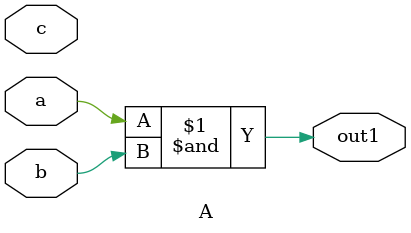
<source format=v>
module A(output out1, input a, b, c);

  assign out1 = a & b;

endmodule

</source>
